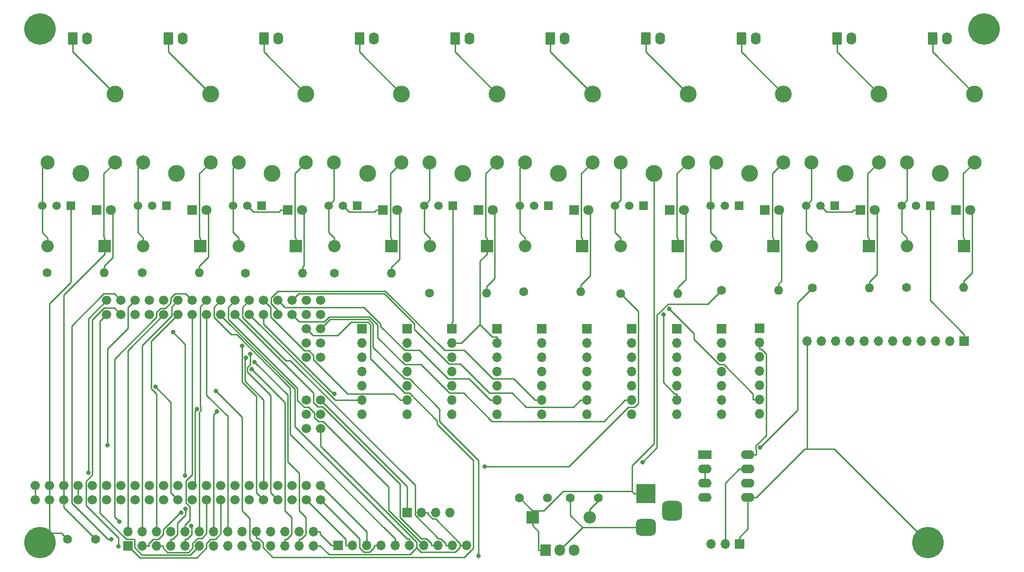
<source format=gbr>
%TF.GenerationSoftware,KiCad,Pcbnew,7.0.2*%
%TF.CreationDate,2023-05-15T21:15:08+01:00*%
%TF.ProjectId,quizbuzzer,7175697a-6275-47a7-9a65-722e6b696361,V0.1.2*%
%TF.SameCoordinates,Original*%
%TF.FileFunction,Copper,L2,Bot*%
%TF.FilePolarity,Positive*%
%FSLAX46Y46*%
G04 Gerber Fmt 4.6, Leading zero omitted, Abs format (unit mm)*
G04 Created by KiCad (PCBNEW 7.0.2) date 2023-05-15 21:15:08*
%MOMM*%
%LPD*%
G01*
G04 APERTURE LIST*
G04 Aperture macros list*
%AMRoundRect*
0 Rectangle with rounded corners*
0 $1 Rounding radius*
0 $2 $3 $4 $5 $6 $7 $8 $9 X,Y pos of 4 corners*
0 Add a 4 corners polygon primitive as box body*
4,1,4,$2,$3,$4,$5,$6,$7,$8,$9,$2,$3,0*
0 Add four circle primitives for the rounded corners*
1,1,$1+$1,$2,$3*
1,1,$1+$1,$4,$5*
1,1,$1+$1,$6,$7*
1,1,$1+$1,$8,$9*
0 Add four rect primitives between the rounded corners*
20,1,$1+$1,$2,$3,$4,$5,0*
20,1,$1+$1,$4,$5,$6,$7,0*
20,1,$1+$1,$6,$7,$8,$9,0*
20,1,$1+$1,$8,$9,$2,$3,0*%
G04 Aperture macros list end*
%TA.AperFunction,ComponentPad*%
%ADD10C,1.600000*%
%TD*%
%TA.AperFunction,ComponentPad*%
%ADD11R,2.200000X2.200000*%
%TD*%
%TA.AperFunction,ComponentPad*%
%ADD12O,2.200000X2.200000*%
%TD*%
%TA.AperFunction,ComponentPad*%
%ADD13R,1.800000X1.800000*%
%TD*%
%TA.AperFunction,ComponentPad*%
%ADD14C,1.800000*%
%TD*%
%TA.AperFunction,ComponentPad*%
%ADD15R,1.700000X1.700000*%
%TD*%
%TA.AperFunction,ComponentPad*%
%ADD16O,1.700000X1.700000*%
%TD*%
%TA.AperFunction,ComponentPad*%
%ADD17R,3.500000X3.500000*%
%TD*%
%TA.AperFunction,ComponentPad*%
%ADD18RoundRect,0.750000X1.000000X-0.750000X1.000000X0.750000X-1.000000X0.750000X-1.000000X-0.750000X0*%
%TD*%
%TA.AperFunction,ComponentPad*%
%ADD19RoundRect,0.875000X0.875000X-0.875000X0.875000X0.875000X-0.875000X0.875000X-0.875000X-0.875000X0*%
%TD*%
%TA.AperFunction,ComponentPad*%
%ADD20RoundRect,0.249999X-0.620001X-0.845001X0.620001X-0.845001X0.620001X0.845001X-0.620001X0.845001X0*%
%TD*%
%TA.AperFunction,ComponentPad*%
%ADD21O,1.740000X2.190000*%
%TD*%
%TA.AperFunction,ComponentPad*%
%ADD22C,3.000000*%
%TD*%
%TA.AperFunction,ComponentPad*%
%ADD23C,2.500000*%
%TD*%
%TA.AperFunction,ComponentPad*%
%ADD24R,1.500000X1.500000*%
%TD*%
%TA.AperFunction,ComponentPad*%
%ADD25C,1.500000*%
%TD*%
%TA.AperFunction,ComponentPad*%
%ADD26O,1.600000X1.600000*%
%TD*%
%TA.AperFunction,ComponentPad*%
%ADD27R,1.905000X2.000000*%
%TD*%
%TA.AperFunction,ComponentPad*%
%ADD28O,1.905000X2.000000*%
%TD*%
%TA.AperFunction,ComponentPad*%
%ADD29C,1.676400*%
%TD*%
%TA.AperFunction,ComponentPad*%
%ADD30C,5.600000*%
%TD*%
%TA.AperFunction,ComponentPad*%
%ADD31R,2.400000X1.600000*%
%TD*%
%TA.AperFunction,ComponentPad*%
%ADD32O,2.400000X1.600000*%
%TD*%
%TA.AperFunction,ViaPad*%
%ADD33C,0.800000*%
%TD*%
%TA.AperFunction,Conductor*%
%ADD34C,0.250000*%
%TD*%
G04 APERTURE END LIST*
D10*
%TO.P,C2,1*%
%TO.N,+12V*%
X121251000Y-99939000D03*
%TO.P,C2,2*%
%TO.N,GND*%
X126251000Y-99939000D03*
%TD*%
%TO.P,C3,1*%
%TO.N,+5V*%
X135351000Y-99939000D03*
%TO.P,C3,2*%
%TO.N,GND*%
X130351000Y-99939000D03*
%TD*%
D11*
%TO.P,D1,1,K*%
%TO.N,+12V*%
X123601000Y-103459000D03*
D12*
%TO.P,D1,2,A*%
%TO.N,+5V*%
X133761000Y-103459000D03*
%TD*%
D11*
%TO.P,D2,1,K*%
%TO.N,+5V*%
X47470000Y-55080000D03*
D12*
%TO.P,D2,2,A*%
%TO.N,Net-(D2-A)*%
X37310000Y-55080000D03*
%TD*%
D11*
%TO.P,D4,1,K*%
%TO.N,+5V*%
X81470000Y-55080000D03*
D12*
%TO.P,D4,2,A*%
%TO.N,Net-(D4-A)*%
X71310000Y-55080000D03*
%TD*%
D11*
%TO.P,D5,1,K*%
%TO.N,+5V*%
X98470000Y-55080000D03*
D12*
%TO.P,D5,2,A*%
%TO.N,Net-(D5-A)*%
X88310000Y-55080000D03*
%TD*%
D13*
%TO.P,D6,1,K*%
%TO.N,Net-(D6-K)*%
X45990000Y-48670000D03*
D14*
%TO.P,D6,2,A*%
%TO.N,Net-(D6-A)*%
X48530000Y-48670000D03*
%TD*%
D13*
%TO.P,D7,1,K*%
%TO.N,Net-(D7-K)*%
X62990000Y-48670000D03*
D14*
%TO.P,D7,2,A*%
%TO.N,Net-(D7-A)*%
X65530000Y-48670000D03*
%TD*%
D13*
%TO.P,D8,1,K*%
%TO.N,Net-(D8-K)*%
X79990000Y-48670000D03*
D14*
%TO.P,D8,2,A*%
%TO.N,Net-(D8-A)*%
X82530000Y-48670000D03*
%TD*%
D13*
%TO.P,D9,1,K*%
%TO.N,Net-(D9-K)*%
X96990000Y-48670000D03*
D14*
%TO.P,D9,2,A*%
%TO.N,Net-(D9-A)*%
X99530000Y-48670000D03*
%TD*%
D11*
%TO.P,D10,1,K*%
%TO.N,+5V*%
X115470000Y-55080000D03*
D12*
%TO.P,D10,2,A*%
%TO.N,Net-(D10-A)*%
X105310000Y-55080000D03*
%TD*%
D11*
%TO.P,D11,1,K*%
%TO.N,+5V*%
X132470000Y-55080000D03*
D12*
%TO.P,D11,2,A*%
%TO.N,Net-(D11-A)*%
X122310000Y-55080000D03*
%TD*%
D11*
%TO.P,D12,1,K*%
%TO.N,+5V*%
X149470000Y-55080000D03*
D12*
%TO.P,D12,2,A*%
%TO.N,Net-(D12-A)*%
X139310000Y-55080000D03*
%TD*%
D11*
%TO.P,D13,1,K*%
%TO.N,+5V*%
X166470000Y-55080000D03*
D12*
%TO.P,D13,2,A*%
%TO.N,Net-(D13-A)*%
X156310000Y-55080000D03*
%TD*%
D13*
%TO.P,D14,1,K*%
%TO.N,Net-(D14-K)*%
X113990000Y-48670000D03*
D14*
%TO.P,D14,2,A*%
%TO.N,Net-(D14-A)*%
X116530000Y-48670000D03*
%TD*%
D13*
%TO.P,D15,1,K*%
%TO.N,Net-(D15-K)*%
X130990000Y-48670000D03*
D14*
%TO.P,D15,2,A*%
%TO.N,Net-(D15-A)*%
X133530000Y-48670000D03*
%TD*%
D13*
%TO.P,D16,1,K*%
%TO.N,Net-(D16-K)*%
X147990000Y-48670000D03*
D14*
%TO.P,D16,2,A*%
%TO.N,Net-(D16-A)*%
X150530000Y-48670000D03*
%TD*%
D13*
%TO.P,D17,1,K*%
%TO.N,Net-(D17-K)*%
X164990000Y-48670000D03*
D14*
%TO.P,D17,2,A*%
%TO.N,Net-(D17-A)*%
X167530000Y-48670000D03*
%TD*%
D11*
%TO.P,D18,1,K*%
%TO.N,+5V*%
X183470000Y-55080000D03*
D12*
%TO.P,D18,2,A*%
%TO.N,Net-(D18-A)*%
X173310000Y-55080000D03*
%TD*%
D13*
%TO.P,D19,1,K*%
%TO.N,Net-(D19-K)*%
X181990000Y-48670000D03*
D14*
%TO.P,D19,2,A*%
%TO.N,Net-(D19-A)*%
X184530000Y-48670000D03*
%TD*%
D11*
%TO.P,D20,1,K*%
%TO.N,+5V*%
X200470000Y-55080000D03*
D12*
%TO.P,D20,2,A*%
%TO.N,Net-(D20-A)*%
X190310000Y-55080000D03*
%TD*%
D13*
%TO.P,D21,1,K*%
%TO.N,Net-(D21-K)*%
X198990000Y-48670000D03*
D14*
%TO.P,D21,2,A*%
%TO.N,Net-(D21-A)*%
X201530000Y-48670000D03*
%TD*%
D15*
%TO.P,J1,1,Pin_1*%
%TO.N,+5V*%
X88981000Y-108429000D03*
D16*
%TO.P,J1,2,Pin_2*%
%TO.N,Net-(J1-Pin_2)*%
X91521000Y-108429000D03*
%TO.P,J1,3,Pin_3*%
%TO.N,Net-(J1-Pin_3)*%
X94061000Y-108429000D03*
%TO.P,J1,4,Pin_4*%
%TO.N,Net-(J1-Pin_4)*%
X96601000Y-108429000D03*
%TO.P,J1,5,Pin_5*%
%TO.N,Net-(J1-Pin_5)*%
X99141000Y-108429000D03*
%TO.P,J1,6,Pin_6*%
%TO.N,Net-(J1-Pin_6)*%
X101681000Y-108429000D03*
%TO.P,J1,7,Pin_7*%
%TO.N,Net-(J1-Pin_7)*%
X104221000Y-108429000D03*
%TO.P,J1,8,Pin_8*%
%TO.N,Net-(J1-Pin_8)*%
X106761000Y-108429000D03*
%TO.P,J1,9,Pin_9*%
%TO.N,Net-(J1-Pin_9)*%
X109301000Y-108429000D03*
%TO.P,J1,10,Pin_10*%
%TO.N,GND*%
X111841000Y-108429000D03*
%TD*%
D15*
%TO.P,J3,1,Pin_1*%
%TO.N,+5V*%
X101321000Y-102549000D03*
D16*
%TO.P,J3,2,Pin_2*%
%TO.N,GND*%
X103861000Y-102549000D03*
%TO.P,J3,3,Pin_3*%
%TO.N,SDA*%
X106401000Y-102549000D03*
%TO.P,J3,4,Pin_4*%
%TO.N,SCL*%
X108941000Y-102549000D03*
%TD*%
D17*
%TO.P,J4,1*%
%TO.N,+12V*%
X143781000Y-99219000D03*
D18*
%TO.P,J4,2*%
%TO.N,GND*%
X143781000Y-105219000D03*
D19*
%TO.P,J4,3*%
X148481000Y-102219000D03*
%TD*%
D20*
%TO.P,J15,1,Pin_1*%
%TO.N,Net-(J15-Pin_1)*%
X41800000Y-18110000D03*
D21*
%TO.P,J15,2,Pin_2*%
%TO.N,GND*%
X44340000Y-18110000D03*
%TD*%
D20*
%TO.P,J16,1,Pin_1*%
%TO.N,Net-(J16-Pin_1)*%
X58800000Y-18110000D03*
D21*
%TO.P,J16,2,Pin_2*%
%TO.N,GND*%
X61340000Y-18110000D03*
%TD*%
D20*
%TO.P,J18,1,Pin_1*%
%TO.N,Net-(J18-Pin_1)*%
X92800000Y-18110000D03*
D21*
%TO.P,J18,2,Pin_2*%
%TO.N,GND*%
X95340000Y-18110000D03*
%TD*%
D20*
%TO.P,J19,1,Pin_1*%
%TO.N,Net-(J19-Pin_1)*%
X109800000Y-18110000D03*
D21*
%TO.P,J19,2,Pin_2*%
%TO.N,GND*%
X112340000Y-18110000D03*
%TD*%
D20*
%TO.P,J20,1,Pin_1*%
%TO.N,Net-(J20-Pin_1)*%
X126800000Y-18110000D03*
D21*
%TO.P,J20,2,Pin_2*%
%TO.N,GND*%
X129340000Y-18110000D03*
%TD*%
D20*
%TO.P,J21,1,Pin_1*%
%TO.N,Net-(J21-Pin_1)*%
X143800000Y-18110000D03*
D21*
%TO.P,J21,2,Pin_2*%
%TO.N,GND*%
X146340000Y-18110000D03*
%TD*%
D20*
%TO.P,J22,1,Pin_1*%
%TO.N,Net-(J22-Pin_1)*%
X160800000Y-18110000D03*
D21*
%TO.P,J22,2,Pin_2*%
%TO.N,GND*%
X163340000Y-18110000D03*
%TD*%
D20*
%TO.P,J23,1,Pin_1*%
%TO.N,Net-(J23-Pin_1)*%
X177800000Y-18110000D03*
D21*
%TO.P,J23,2,Pin_2*%
%TO.N,GND*%
X180340000Y-18110000D03*
%TD*%
D20*
%TO.P,J24,1,Pin_1*%
%TO.N,Net-(J24-Pin_1)*%
X194800000Y-18110000D03*
D21*
%TO.P,J24,2,Pin_2*%
%TO.N,GND*%
X197340000Y-18110000D03*
%TD*%
D22*
%TO.P,K1,1*%
%TO.N,+12V*%
X43230000Y-42110000D03*
D23*
%TO.P,K1,2*%
%TO.N,+5V*%
X49280000Y-40160000D03*
D22*
%TO.P,K1,3*%
%TO.N,Net-(J15-Pin_1)*%
X49280000Y-27960000D03*
D23*
%TO.P,K1,5*%
%TO.N,Net-(D2-A)*%
X37280000Y-40160000D03*
%TD*%
D22*
%TO.P,K2,1*%
%TO.N,+12V*%
X60230000Y-42110000D03*
D23*
%TO.P,K2,2*%
%TO.N,+5V*%
X66280000Y-40160000D03*
D22*
%TO.P,K2,3*%
%TO.N,Net-(J16-Pin_1)*%
X66280000Y-27960000D03*
D23*
%TO.P,K2,5*%
%TO.N,Net-(D3-A)*%
X54280000Y-40160000D03*
%TD*%
D22*
%TO.P,K3,1*%
%TO.N,+12V*%
X77230000Y-42110000D03*
D23*
%TO.P,K3,2*%
%TO.N,+5V*%
X83280000Y-40160000D03*
D22*
%TO.P,K3,3*%
%TO.N,Net-(J17-Pin_1)*%
X83280000Y-27960000D03*
D23*
%TO.P,K3,5*%
%TO.N,Net-(D4-A)*%
X71280000Y-40160000D03*
%TD*%
D22*
%TO.P,K4,1*%
%TO.N,+12V*%
X94230000Y-42110000D03*
D23*
%TO.P,K4,2*%
%TO.N,+5V*%
X100280000Y-40160000D03*
D22*
%TO.P,K4,3*%
%TO.N,Net-(J18-Pin_1)*%
X100280000Y-27960000D03*
D23*
%TO.P,K4,5*%
%TO.N,Net-(D5-A)*%
X88280000Y-40160000D03*
%TD*%
D22*
%TO.P,K5,1*%
%TO.N,+12V*%
X111230000Y-42110000D03*
D23*
%TO.P,K5,2*%
%TO.N,+5V*%
X117280000Y-40160000D03*
D22*
%TO.P,K5,3*%
%TO.N,Net-(J19-Pin_1)*%
X117280000Y-27960000D03*
D23*
%TO.P,K5,5*%
%TO.N,Net-(D10-A)*%
X105280000Y-40160000D03*
%TD*%
D22*
%TO.P,K6,1*%
%TO.N,+12V*%
X128230000Y-42110000D03*
D23*
%TO.P,K6,2*%
%TO.N,+5V*%
X134280000Y-40160000D03*
D22*
%TO.P,K6,3*%
%TO.N,Net-(J20-Pin_1)*%
X134280000Y-27960000D03*
D23*
%TO.P,K6,5*%
%TO.N,Net-(D11-A)*%
X122280000Y-40160000D03*
%TD*%
D22*
%TO.P,K7,1*%
%TO.N,+12V*%
X145230000Y-42110000D03*
D23*
%TO.P,K7,2*%
%TO.N,+5V*%
X151280000Y-40160000D03*
D22*
%TO.P,K7,3*%
%TO.N,Net-(J21-Pin_1)*%
X151280000Y-27960000D03*
D23*
%TO.P,K7,5*%
%TO.N,Net-(D12-A)*%
X139280000Y-40160000D03*
%TD*%
D22*
%TO.P,K8,1*%
%TO.N,+12V*%
X162230000Y-42110000D03*
D23*
%TO.P,K8,2*%
%TO.N,+5V*%
X168280000Y-40160000D03*
D22*
%TO.P,K8,3*%
%TO.N,Net-(J22-Pin_1)*%
X168280000Y-27960000D03*
D23*
%TO.P,K8,5*%
%TO.N,Net-(D13-A)*%
X156280000Y-40160000D03*
%TD*%
D22*
%TO.P,K9,1*%
%TO.N,+12V*%
X179230000Y-42110000D03*
D23*
%TO.P,K9,2*%
%TO.N,+5V*%
X185280000Y-40160000D03*
D22*
%TO.P,K9,3*%
%TO.N,Net-(J23-Pin_1)*%
X185280000Y-27960000D03*
D23*
%TO.P,K9,5*%
%TO.N,Net-(D18-A)*%
X173280000Y-40160000D03*
%TD*%
D22*
%TO.P,K10,1*%
%TO.N,+12V*%
X196230000Y-42110000D03*
D23*
%TO.P,K10,2*%
%TO.N,+5V*%
X202280000Y-40160000D03*
D22*
%TO.P,K10,3*%
%TO.N,Net-(J24-Pin_1)*%
X202280000Y-27960000D03*
D23*
%TO.P,K10,5*%
%TO.N,Net-(D20-A)*%
X190280000Y-40160000D03*
%TD*%
D24*
%TO.P,Q1,1,E*%
%TO.N,GND*%
X41400000Y-47870000D03*
D25*
%TO.P,Q1,2,B*%
%TO.N,Net-(D6-K)*%
X38860000Y-47870000D03*
%TO.P,Q1,3,C*%
%TO.N,Net-(D2-A)*%
X36320000Y-47870000D03*
%TD*%
D24*
%TO.P,Q2,1,E*%
%TO.N,GND*%
X58400000Y-47870000D03*
D25*
%TO.P,Q2,2,B*%
%TO.N,Net-(D7-K)*%
X55860000Y-47870000D03*
%TO.P,Q2,3,C*%
%TO.N,Net-(D3-A)*%
X53320000Y-47870000D03*
%TD*%
D24*
%TO.P,Q3,1,E*%
%TO.N,GND*%
X75400000Y-47870000D03*
D25*
%TO.P,Q3,2,B*%
%TO.N,Net-(D8-K)*%
X72860000Y-47870000D03*
%TO.P,Q3,3,C*%
%TO.N,Net-(D4-A)*%
X70320000Y-47870000D03*
%TD*%
D24*
%TO.P,Q4,1,E*%
%TO.N,GND*%
X92400000Y-47870000D03*
D25*
%TO.P,Q4,2,B*%
%TO.N,Net-(D9-K)*%
X89860000Y-47870000D03*
%TO.P,Q4,3,C*%
%TO.N,Net-(D5-A)*%
X87320000Y-47870000D03*
%TD*%
D24*
%TO.P,Q5,1,E*%
%TO.N,GND*%
X109400000Y-47870000D03*
D25*
%TO.P,Q5,2,B*%
%TO.N,Net-(D14-K)*%
X106860000Y-47870000D03*
%TO.P,Q5,3,C*%
%TO.N,Net-(D10-A)*%
X104320000Y-47870000D03*
%TD*%
D24*
%TO.P,Q6,1,E*%
%TO.N,GND*%
X126400000Y-47870000D03*
D25*
%TO.P,Q6,2,B*%
%TO.N,Net-(D15-K)*%
X123860000Y-47870000D03*
%TO.P,Q6,3,C*%
%TO.N,Net-(D11-A)*%
X121320000Y-47870000D03*
%TD*%
D24*
%TO.P,Q7,1,E*%
%TO.N,GND*%
X143400000Y-47870000D03*
D25*
%TO.P,Q7,2,B*%
%TO.N,Net-(D16-K)*%
X140860000Y-47870000D03*
%TO.P,Q7,3,C*%
%TO.N,Net-(D12-A)*%
X138320000Y-47870000D03*
%TD*%
D24*
%TO.P,Q8,1,E*%
%TO.N,GND*%
X160400000Y-47870000D03*
D25*
%TO.P,Q8,2,B*%
%TO.N,Net-(D17-K)*%
X157860000Y-47870000D03*
%TO.P,Q8,3,C*%
%TO.N,Net-(D13-A)*%
X155320000Y-47870000D03*
%TD*%
D24*
%TO.P,Q9,1,E*%
%TO.N,GND*%
X177400000Y-47870000D03*
D25*
%TO.P,Q9,2,B*%
%TO.N,Net-(D19-K)*%
X174860000Y-47870000D03*
%TO.P,Q9,3,C*%
%TO.N,Net-(D18-A)*%
X172320000Y-47870000D03*
%TD*%
D24*
%TO.P,Q10,1,E*%
%TO.N,GND*%
X194400000Y-47870000D03*
D25*
%TO.P,Q10,2,B*%
%TO.N,Net-(D21-K)*%
X191860000Y-47870000D03*
%TO.P,Q10,3,C*%
%TO.N,Net-(D20-A)*%
X189320000Y-47870000D03*
%TD*%
D10*
%TO.P,R9,1*%
%TO.N,Lamp1*%
X37170000Y-59790000D03*
D26*
%TO.P,R9,2*%
%TO.N,Net-(D6-A)*%
X47330000Y-59790000D03*
%TD*%
D10*
%TO.P,R10,1*%
%TO.N,Lamp3*%
X54090000Y-59800000D03*
D26*
%TO.P,R10,2*%
%TO.N,Net-(D7-A)*%
X64250000Y-59800000D03*
%TD*%
D10*
%TO.P,R11,1*%
%TO.N,Lamp5*%
X72490000Y-59930000D03*
D26*
%TO.P,R11,2*%
%TO.N,Net-(D8-A)*%
X82650000Y-59930000D03*
%TD*%
D10*
%TO.P,R12,1*%
%TO.N,Lamp7*%
X88360000Y-59930000D03*
D26*
%TO.P,R12,2*%
%TO.N,Net-(D9-A)*%
X98520000Y-59930000D03*
%TD*%
D10*
%TO.P,R13,1*%
%TO.N,Lamp2*%
X105260000Y-63440000D03*
D26*
%TO.P,R13,2*%
%TO.N,Net-(D14-A)*%
X115420000Y-63440000D03*
%TD*%
D10*
%TO.P,R14,1*%
%TO.N,Lamp4*%
X122040000Y-63180000D03*
D26*
%TO.P,R14,2*%
%TO.N,Net-(D15-A)*%
X132200000Y-63180000D03*
%TD*%
D10*
%TO.P,R15,1*%
%TO.N,Lamp6*%
X139340000Y-63570000D03*
D26*
%TO.P,R15,2*%
%TO.N,Net-(D16-A)*%
X149500000Y-63570000D03*
%TD*%
D10*
%TO.P,R16,1*%
%TO.N,Lamp8*%
X157270000Y-62920000D03*
D26*
%TO.P,R16,2*%
%TO.N,Net-(D17-A)*%
X167430000Y-62920000D03*
%TD*%
D10*
%TO.P,R17,1*%
%TO.N,Lamp9*%
X173410000Y-62530000D03*
D26*
%TO.P,R17,2*%
%TO.N,Net-(D19-A)*%
X183570000Y-62530000D03*
%TD*%
D10*
%TO.P,R18,1*%
%TO.N,Lamp10*%
X190220000Y-62490000D03*
D26*
%TO.P,R18,2*%
%TO.N,Net-(D21-A)*%
X200380000Y-62490000D03*
%TD*%
D27*
%TO.P,U1,1,IN*%
%TO.N,+12V*%
X125941000Y-109249000D03*
D28*
%TO.P,U1,2,GND*%
%TO.N,GND*%
X128481000Y-109249000D03*
%TO.P,U1,3,OUT*%
%TO.N,+5V*%
X131021000Y-109249000D03*
%TD*%
D29*
%TO.P,XA1,3V3,3.3V*%
%TO.N,unconnected-(XA1-3.3V-Pad3V3)*%
X42724000Y-97785000D03*
X42724000Y-100325000D03*
%TO.P,XA1,5V1,5V*%
%TO.N,+5V*%
X40184000Y-97785000D03*
%TO.P,XA1,5V2,SPI_5V*%
X40184000Y-100325000D03*
%TO.P,XA1,5V3,5V*%
X85904000Y-82545000D03*
%TO.P,XA1,A0,A0*%
%TO.N,AUX-HEAD-5*%
X47804000Y-64765000D03*
%TO.P,XA1,A1,A1*%
%TO.N,AUX-HEAD-6*%
X47804000Y-67305000D03*
%TO.P,XA1,A2,A2*%
%TO.N,AUX-HEAD-7*%
X50344000Y-64765000D03*
%TO.P,XA1,A3,A3*%
%TO.N,AUX-HEAD-8*%
X50344000Y-67305000D03*
%TO.P,XA1,A4,A4*%
%TO.N,AUX-HEAD-9*%
X52884000Y-64765000D03*
%TO.P,XA1,A5,A5*%
%TO.N,AUX-HEAD-10*%
X52884000Y-67305000D03*
%TO.P,XA1,A6,A6*%
%TO.N,AUX-HEAD-11*%
X55424000Y-64765000D03*
%TO.P,XA1,A7,A7*%
%TO.N,AUX-HEAD-12*%
X55424000Y-67305000D03*
%TO.P,XA1,A8,A8*%
%TO.N,AUX-HEAD-13*%
X57964000Y-64765000D03*
%TO.P,XA1,A9,A9*%
%TO.N,AUX-HEAD-14*%
X57964000Y-67305000D03*
%TO.P,XA1,A10,A10*%
%TO.N,AUX-HEAD-15*%
X60504000Y-64765000D03*
%TO.P,XA1,A11,A11*%
%TO.N,AUX-HEAD-16*%
X60504000Y-67305000D03*
%TO.P,XA1,A12,A12*%
%TO.N,AUX-HEAD-17*%
X63044000Y-64765000D03*
%TO.P,XA1,A13,A13*%
%TO.N,AUX-HEAD-18*%
X63044000Y-67305000D03*
%TO.P,XA1,A14,A14*%
%TO.N,AUX-HEAD-19*%
X65584000Y-64765000D03*
%TO.P,XA1,A15,A15*%
%TO.N,AUX-HEAD-20*%
X65584000Y-67305000D03*
%TO.P,XA1,AREF,AREF*%
%TO.N,unconnected-(XA1-PadAREF)*%
X45264000Y-97785000D03*
%TO.P,XA1,D0,D0_RX0*%
%TO.N,unconnected-(XA1-D0_RX0-PadD0)*%
X47804000Y-97785000D03*
%TO.P,XA1,D1,D1_TX0*%
%TO.N,unconnected-(XA1-D1_TX0-PadD1)*%
X47804000Y-100325000D03*
%TO.P,XA1,D2,D2_INT0*%
%TO.N,MP3_EN*%
X50344000Y-97785000D03*
%TO.P,XA1,D3,D3_INT1*%
%TO.N,AUX-HEAD-24*%
X50344000Y-100325000D03*
%TO.P,XA1,D4,D4*%
%TO.N,PORTB_1*%
X52884000Y-97785000D03*
%TO.P,XA1,D5,D5*%
%TO.N,PORTB_2*%
X52884000Y-100325000D03*
%TO.P,XA1,D6,D6*%
%TO.N,PORTB_3*%
X55424000Y-97785000D03*
%TO.P,XA1,D7,D7*%
%TO.N,PORTB_4*%
X55424000Y-100325000D03*
%TO.P,XA1,D8,D8*%
%TO.N,AUX-HEAD-25*%
X57964000Y-97785000D03*
%TO.P,XA1,D9,D9*%
%TO.N,AUX-HEAD-26*%
X57964000Y-100325000D03*
%TO.P,XA1,D10,D10*%
%TO.N,AUX-HEAD-27*%
X60504000Y-97785000D03*
%TO.P,XA1,D11,D11*%
%TO.N,Lamp1*%
X60504000Y-100325000D03*
%TO.P,XA1,D12,D12*%
%TO.N,Lamp2*%
X63044000Y-97785000D03*
%TO.P,XA1,D13,D13*%
%TO.N,Lamp3*%
X63044000Y-100325000D03*
%TO.P,XA1,D14,D14_TX3*%
%TO.N,AUX-HEAD-4*%
X65584000Y-97785000D03*
%TO.P,XA1,D15,D15_RX3*%
%TO.N,AUX-HEAD-3*%
X65584000Y-100325000D03*
%TO.P,XA1,D16,D16_TX2*%
%TO.N,AUX-HEAD-2*%
X68124000Y-97785000D03*
%TO.P,XA1,D17,D17_RX2*%
%TO.N,AUX-HEAD-1*%
X68124000Y-100325000D03*
%TO.P,XA1,D18,D18_TX1*%
%TO.N,DMX-TX*%
X70664000Y-97785000D03*
%TO.P,XA1,D19,D19_RX1*%
%TO.N,DMX-RX*%
X70664000Y-100325000D03*
%TO.P,XA1,D20,D20_SDA*%
%TO.N,SDA*%
X73204000Y-97785000D03*
%TO.P,XA1,D21,D21_SCL*%
%TO.N,SCL*%
X73204000Y-100325000D03*
%TO.P,XA1,D22,D22*%
%TO.N,Lamp4*%
X75744000Y-97785000D03*
%TO.P,XA1,D23,D23*%
%TO.N,Lamp5*%
X75744000Y-100325000D03*
%TO.P,XA1,D24,D24*%
%TO.N,Lamp6*%
X78284000Y-97785000D03*
%TO.P,XA1,D25,D25*%
%TO.N,Lamp7*%
X78284000Y-100325000D03*
%TO.P,XA1,D26,D26*%
%TO.N,Lamp8*%
X80824000Y-97785000D03*
%TO.P,XA1,D27,D27*%
%TO.N,Lamp9*%
X80824000Y-100325000D03*
%TO.P,XA1,D28,D28*%
%TO.N,Lamp10*%
X83364000Y-97785000D03*
%TO.P,XA1,D29,D29*%
%TO.N,Net-(J1-Pin_2)*%
X83364000Y-100325000D03*
%TO.P,XA1,D30,D30*%
%TO.N,Net-(J1-Pin_3)*%
X85904000Y-97785000D03*
%TO.P,XA1,D31,D31*%
%TO.N,Net-(J1-Pin_4)*%
X85904000Y-100325000D03*
%TO.P,XA1,D32,D32*%
%TO.N,Net-(J1-Pin_5)*%
X68124000Y-64765000D03*
%TO.P,XA1,D33,D33*%
%TO.N,Net-(J1-Pin_6)*%
X68124000Y-67305000D03*
%TO.P,XA1,D34,D34*%
%TO.N,Net-(J1-Pin_7)*%
X70664000Y-64765000D03*
%TO.P,XA1,D35,D35*%
%TO.N,Net-(J1-Pin_8)*%
X70664000Y-67305000D03*
%TO.P,XA1,D36,D36*%
%TO.N,Net-(J1-Pin_9)*%
X73204000Y-64765000D03*
%TO.P,XA1,D37,D37*%
%TO.N,Rec1*%
X73204000Y-67305000D03*
%TO.P,XA1,D38,D38*%
%TO.N,Rec2*%
X75744000Y-64765000D03*
%TO.P,XA1,D39,D39*%
%TO.N,Rec3*%
X75744000Y-67305000D03*
%TO.P,XA1,D40,D40*%
%TO.N,Rec4*%
X78284000Y-64765000D03*
%TO.P,XA1,D41,D41*%
%TO.N,Rec5*%
X78284000Y-67305000D03*
%TO.P,XA1,D42,D42*%
%TO.N,Rec6*%
X80824000Y-64765000D03*
%TO.P,XA1,D43,D43*%
%TO.N,Rec7*%
X80824000Y-67305000D03*
%TO.P,XA1,D44,D44*%
%TO.N,Rec8*%
X83364000Y-64765000D03*
%TO.P,XA1,D45,D45*%
%TO.N,Rec9*%
X83364000Y-67305000D03*
%TO.P,XA1,D46,D46*%
%TO.N,Rec10*%
X85904000Y-64765000D03*
%TO.P,XA1,D47,D47*%
%TO.N,AUX-HEAD-21*%
X85904000Y-67305000D03*
%TO.P,XA1,D48,D48*%
%TO.N,AUX-HEAD-22*%
X85904000Y-69845000D03*
%TO.P,XA1,D49,D49*%
%TO.N,AUX-HEAD-23*%
X83364000Y-69845000D03*
%TO.P,XA1,D50,D50*%
%TO.N,PORTB_5*%
X85904000Y-72385000D03*
%TO.P,XA1,D51,D51*%
%TO.N,PORTB_6*%
X83364000Y-72385000D03*
%TO.P,XA1,D52,D52*%
%TO.N,PORTB_7*%
X85904000Y-74925000D03*
%TO.P,XA1,D53,D53_SS*%
%TO.N,PORTB_8*%
X83364000Y-74925000D03*
%TO.P,XA1,GND1,GND*%
%TO.N,GND*%
X37644000Y-97785000D03*
%TO.P,XA1,GND2,GND*%
X37644000Y-100325000D03*
%TO.P,XA1,GND3,GND*%
X85904000Y-87625000D03*
%TO.P,XA1,MISO,SPI_MISO*%
%TO.N,unconnected-(XA1-SPI_MISO-PadMISO)*%
X83364000Y-82545000D03*
%TO.P,XA1,MOSI,SPI_MOSI*%
%TO.N,unconnected-(XA1-SPI_MOSI-PadMOSI)*%
X85904000Y-85085000D03*
%TO.P,XA1,RST,RESET*%
%TO.N,unconnected-(XA1-RESET-PadRST)*%
X45264000Y-100325000D03*
%TO.P,XA1,RST1,RESET*%
%TO.N,unconnected-(XA1-RESET-PadRST1)*%
X83364000Y-87625000D03*
%TO.P,XA1,SCK,SPI_SCK*%
%TO.N,unconnected-(XA1-SPI_SCK-PadSCK)*%
X83364000Y-85085000D03*
%TO.P,XA1,VIN,VIN*%
%TO.N,unconnected-(XA1-PadVIN)*%
X35104000Y-97785000D03*
X35104000Y-100325000D03*
%TD*%
D10*
%TO.P,C1,1*%
%TO.N,GND*%
X40864000Y-107358000D03*
%TO.P,C1,2*%
%TO.N,+5V*%
X45864000Y-107358000D03*
%TD*%
D15*
%TO.P,J2,1,Pin_1*%
%TO.N,GND*%
X200449000Y-71991000D03*
D16*
%TO.P,J2,2,Pin_2*%
%TO.N,+5V*%
X197909000Y-71991000D03*
%TO.P,J2,3,Pin_3*%
%TO.N,PORTB_1*%
X195369000Y-71991000D03*
%TO.P,J2,4,Pin_4*%
%TO.N,PORTB_2*%
X192829000Y-71991000D03*
%TO.P,J2,5,Pin_5*%
%TO.N,PORTB_3*%
X190289000Y-71991000D03*
%TO.P,J2,6,Pin_6*%
%TO.N,PORTB_4*%
X187749000Y-71991000D03*
%TO.P,J2,7,Pin_7*%
%TO.N,PORTB_5*%
X185209000Y-71991000D03*
%TO.P,J2,8,Pin_8*%
%TO.N,PORTB_6*%
X182669000Y-71991000D03*
%TO.P,J2,9,Pin_9*%
%TO.N,PORTB_7*%
X180129000Y-71991000D03*
%TO.P,J2,10,Pin_10*%
%TO.N,PORTB_8*%
X177589000Y-71991000D03*
%TO.P,J2,11,Pin_11*%
%TO.N,MP3_EN*%
X175049000Y-71991000D03*
%TO.P,J2,12,Pin_12*%
%TO.N,GND*%
X172509000Y-71991000D03*
%TD*%
D30*
%TO.P,H1,1,1*%
%TO.N,GND*%
X35950000Y-107940000D03*
%TD*%
%TO.P,H2,1,1*%
%TO.N,GND*%
X193970000Y-107940000D03*
%TD*%
%TO.P,H3,1,1*%
%TO.N,GND*%
X35950000Y-16410000D03*
%TD*%
%TO.P,H4,1,1*%
%TO.N,GND*%
X203970000Y-16410000D03*
%TD*%
D11*
%TO.P,D3,1,K*%
%TO.N,+5V*%
X64470000Y-55080000D03*
D12*
%TO.P,D3,2,A*%
%TO.N,Net-(D3-A)*%
X54310000Y-55080000D03*
%TD*%
D20*
%TO.P,J17,1,Pin_1*%
%TO.N,Net-(J17-Pin_1)*%
X75800000Y-18110000D03*
D21*
%TO.P,J17,2,Pin_2*%
%TO.N,GND*%
X78340000Y-18110000D03*
%TD*%
D15*
%TO.P,J9,1,Pin_1*%
%TO.N,GND*%
X157269000Y-69861000D03*
D16*
%TO.P,J9,2,Pin_2*%
%TO.N,+5V*%
X157269000Y-72401000D03*
%TO.P,J9,3,Pin_3*%
%TO.N,unconnected-(J9-Pin_3-Pad3)*%
X157269000Y-74941000D03*
%TO.P,J9,4,Pin_4*%
%TO.N,unconnected-(J9-Pin_4-Pad4)*%
X157269000Y-77481000D03*
%TO.P,J9,5,Pin_5*%
%TO.N,unconnected-(J9-Pin_5-Pad5)*%
X157269000Y-80021000D03*
%TO.P,J9,6,Pin_6*%
%TO.N,Rec9*%
X157269000Y-82561000D03*
%TO.P,J9,7,Pin_7*%
%TO.N,unconnected-(J9-Pin_7-Pad7)*%
X157269000Y-85101000D03*
%TD*%
D15*
%TO.P,J6,1,Pin_1*%
%TO.N,GND*%
X101269000Y-69861000D03*
D16*
%TO.P,J6,2,Pin_2*%
%TO.N,+5V*%
X101269000Y-72401000D03*
%TO.P,J6,3,Pin_3*%
%TO.N,unconnected-(J6-Pin_3-Pad3)*%
X101269000Y-74941000D03*
%TO.P,J6,4,Pin_4*%
%TO.N,unconnected-(J6-Pin_4-Pad4)*%
X101269000Y-77481000D03*
%TO.P,J6,5,Pin_5*%
%TO.N,unconnected-(J6-Pin_5-Pad5)*%
X101269000Y-80021000D03*
%TO.P,J6,6,Pin_6*%
%TO.N,Rec2*%
X101269000Y-82561000D03*
%TO.P,J6,7,Pin_7*%
%TO.N,unconnected-(J6-Pin_7-Pad7)*%
X101269000Y-85101000D03*
%TD*%
D15*
%TO.P,J11,1,Pin_1*%
%TO.N,GND*%
X133269000Y-69861000D03*
D16*
%TO.P,J11,2,Pin_2*%
%TO.N,+5V*%
X133269000Y-72401000D03*
%TO.P,J11,3,Pin_3*%
%TO.N,unconnected-(J11-Pin_3-Pad3)*%
X133269000Y-74941000D03*
%TO.P,J11,4,Pin_4*%
%TO.N,unconnected-(J11-Pin_4-Pad4)*%
X133269000Y-77481000D03*
%TO.P,J11,5,Pin_5*%
%TO.N,unconnected-(J11-Pin_5-Pad5)*%
X133269000Y-80021000D03*
%TO.P,J11,6,Pin_6*%
%TO.N,Rec6*%
X133269000Y-82561000D03*
%TO.P,J11,7,Pin_7*%
%TO.N,unconnected-(J11-Pin_7-Pad7)*%
X133269000Y-85101000D03*
%TD*%
D15*
%TO.P,J12,1,Pin_1*%
%TO.N,GND*%
X141269000Y-69861000D03*
D16*
%TO.P,J12,2,Pin_2*%
%TO.N,+5V*%
X141269000Y-72401000D03*
%TO.P,J12,3,Pin_3*%
%TO.N,unconnected-(J12-Pin_3-Pad3)*%
X141269000Y-74941000D03*
%TO.P,J12,4,Pin_4*%
%TO.N,unconnected-(J12-Pin_4-Pad4)*%
X141269000Y-77481000D03*
%TO.P,J12,5,Pin_5*%
%TO.N,unconnected-(J12-Pin_5-Pad5)*%
X141269000Y-80021000D03*
%TO.P,J12,6,Pin_6*%
%TO.N,Rec7*%
X141269000Y-82561000D03*
%TO.P,J12,7,Pin_7*%
%TO.N,unconnected-(J12-Pin_7-Pad7)*%
X141269000Y-85101000D03*
%TD*%
D15*
%TO.P,J10,1,Pin_1*%
%TO.N,GND*%
X125269000Y-69861000D03*
D16*
%TO.P,J10,2,Pin_2*%
%TO.N,+5V*%
X125269000Y-72401000D03*
%TO.P,J10,3,Pin_3*%
%TO.N,unconnected-(J10-Pin_3-Pad3)*%
X125269000Y-74941000D03*
%TO.P,J10,4,Pin_4*%
%TO.N,unconnected-(J10-Pin_4-Pad4)*%
X125269000Y-77481000D03*
%TO.P,J10,5,Pin_5*%
%TO.N,unconnected-(J10-Pin_5-Pad5)*%
X125269000Y-80021000D03*
%TO.P,J10,6,Pin_6*%
%TO.N,Rec5*%
X125269000Y-82561000D03*
%TO.P,J10,7,Pin_7*%
%TO.N,unconnected-(J10-Pin_7-Pad7)*%
X125269000Y-85101000D03*
%TD*%
D15*
%TO.P,J5,1,Pin_1*%
%TO.N,GND*%
X93269000Y-69861000D03*
D16*
%TO.P,J5,2,Pin_2*%
%TO.N,+5V*%
X93269000Y-72401000D03*
%TO.P,J5,3,Pin_3*%
%TO.N,unconnected-(J5-Pin_3-Pad3)*%
X93269000Y-74941000D03*
%TO.P,J5,4,Pin_4*%
%TO.N,unconnected-(J5-Pin_4-Pad4)*%
X93269000Y-77481000D03*
%TO.P,J5,5,Pin_5*%
%TO.N,unconnected-(J5-Pin_5-Pad5)*%
X93269000Y-80021000D03*
%TO.P,J5,6,Pin_6*%
%TO.N,Rec1*%
X93269000Y-82561000D03*
%TO.P,J5,7,Pin_7*%
%TO.N,unconnected-(J5-Pin_7-Pad7)*%
X93269000Y-85101000D03*
%TD*%
D15*
%TO.P,J13,1,Pin_1*%
%TO.N,GND*%
X149269000Y-69861000D03*
D16*
%TO.P,J13,2,Pin_2*%
%TO.N,+5V*%
X149269000Y-72401000D03*
%TO.P,J13,3,Pin_3*%
%TO.N,unconnected-(J13-Pin_3-Pad3)*%
X149269000Y-74941000D03*
%TO.P,J13,4,Pin_4*%
%TO.N,unconnected-(J13-Pin_4-Pad4)*%
X149269000Y-77481000D03*
%TO.P,J13,5,Pin_5*%
%TO.N,unconnected-(J13-Pin_5-Pad5)*%
X149269000Y-80021000D03*
%TO.P,J13,6,Pin_6*%
%TO.N,Rec8*%
X149269000Y-82561000D03*
%TO.P,J13,7,Pin_7*%
%TO.N,unconnected-(J13-Pin_7-Pad7)*%
X149269000Y-85101000D03*
%TD*%
D15*
%TO.P,J8,1,Pin_1*%
%TO.N,GND*%
X117269000Y-69861000D03*
D16*
%TO.P,J8,2,Pin_2*%
%TO.N,+5V*%
X117269000Y-72401000D03*
%TO.P,J8,3,Pin_3*%
%TO.N,unconnected-(J8-Pin_3-Pad3)*%
X117269000Y-74941000D03*
%TO.P,J8,4,Pin_4*%
%TO.N,unconnected-(J8-Pin_4-Pad4)*%
X117269000Y-77481000D03*
%TO.P,J8,5,Pin_5*%
%TO.N,unconnected-(J8-Pin_5-Pad5)*%
X117269000Y-80021000D03*
%TO.P,J8,6,Pin_6*%
%TO.N,Rec4*%
X117269000Y-82561000D03*
%TO.P,J8,7,Pin_7*%
%TO.N,unconnected-(J8-Pin_7-Pad7)*%
X117269000Y-85101000D03*
%TD*%
D15*
%TO.P,J7,1,Pin_1*%
%TO.N,GND*%
X109269000Y-69861000D03*
D16*
%TO.P,J7,2,Pin_2*%
%TO.N,+5V*%
X109269000Y-72401000D03*
%TO.P,J7,3,Pin_3*%
%TO.N,unconnected-(J7-Pin_3-Pad3)*%
X109269000Y-74941000D03*
%TO.P,J7,4,Pin_4*%
%TO.N,unconnected-(J7-Pin_4-Pad4)*%
X109269000Y-77481000D03*
%TO.P,J7,5,Pin_5*%
%TO.N,unconnected-(J7-Pin_5-Pad5)*%
X109269000Y-80021000D03*
%TO.P,J7,6,Pin_6*%
%TO.N,Rec3*%
X109269000Y-82561000D03*
%TO.P,J7,7,Pin_7*%
%TO.N,unconnected-(J7-Pin_7-Pad7)*%
X109269000Y-85101000D03*
%TD*%
D15*
%TO.P,J14,1,Pin_1*%
%TO.N,GND*%
X164023000Y-69746000D03*
D16*
%TO.P,J14,2,Pin_2*%
%TO.N,+5V*%
X164023000Y-72286000D03*
%TO.P,J14,3,Pin_3*%
%TO.N,unconnected-(J14-Pin_3-Pad3)*%
X164023000Y-74826000D03*
%TO.P,J14,4,Pin_4*%
%TO.N,unconnected-(J14-Pin_4-Pad4)*%
X164023000Y-77366000D03*
%TO.P,J14,5,Pin_5*%
%TO.N,unconnected-(J14-Pin_5-Pad5)*%
X164023000Y-79906000D03*
%TO.P,J14,6,Pin_6*%
%TO.N,Rec10*%
X164023000Y-82446000D03*
%TO.P,J14,7,Pin_7*%
%TO.N,unconnected-(J14-Pin_7-Pad7)*%
X164023000Y-84986000D03*
%TD*%
D15*
%TO.P,J25,1,Pin_1*%
%TO.N,AUX-HEAD-1*%
X51590000Y-108480000D03*
D16*
%TO.P,J25,2,Pin_2*%
%TO.N,AUX-HEAD-14*%
X51590000Y-105940000D03*
%TO.P,J25,3,Pin_3*%
%TO.N,AUX-HEAD-2*%
X54130000Y-108480000D03*
%TO.P,J25,4,Pin_4*%
%TO.N,AUX-HEAD-15*%
X54130000Y-105940000D03*
%TO.P,J25,5,Pin_5*%
%TO.N,AUX-HEAD-3*%
X56670000Y-108480000D03*
%TO.P,J25,6,Pin_6*%
%TO.N,AUX-HEAD-16*%
X56670000Y-105940000D03*
%TO.P,J25,7,Pin_7*%
%TO.N,AUX-HEAD-4*%
X59210000Y-108480000D03*
%TO.P,J25,8,Pin_8*%
%TO.N,AUX-HEAD-17*%
X59210000Y-105940000D03*
%TO.P,J25,9,Pin_9*%
%TO.N,AUX-HEAD-5*%
X61750000Y-108480000D03*
%TO.P,J25,10,Pin_10*%
%TO.N,AUX-HEAD-18*%
X61750000Y-105940000D03*
%TO.P,J25,11,Pin_11*%
%TO.N,AUX-HEAD-6*%
X64290000Y-108480000D03*
%TO.P,J25,12,Pin_12*%
%TO.N,AUX-HEAD-19*%
X64290000Y-105940000D03*
%TO.P,J25,13,Pin_13*%
%TO.N,AUX-HEAD-7*%
X66830000Y-108480000D03*
%TO.P,J25,14,Pin_14*%
%TO.N,AUX-HEAD-21*%
X66830000Y-105940000D03*
%TO.P,J25,15,Pin_15*%
%TO.N,AUX-HEAD-8*%
X69370000Y-108480000D03*
%TO.P,J25,16,Pin_16*%
%TO.N,AUX-HEAD-20*%
X69370000Y-105940000D03*
%TO.P,J25,17,Pin_17*%
%TO.N,AUX-HEAD-9*%
X71910000Y-108480000D03*
%TO.P,J25,18,Pin_18*%
%TO.N,AUX-HEAD-22*%
X71910000Y-105940000D03*
%TO.P,J25,19,Pin_19*%
%TO.N,AUX-HEAD-10*%
X74450000Y-108480000D03*
%TO.P,J25,20,Pin_20*%
%TO.N,AUX-HEAD-23*%
X74450000Y-105940000D03*
%TO.P,J25,21,Pin_21*%
%TO.N,AUX-HEAD-11*%
X76990000Y-108480000D03*
%TO.P,J25,22,Pin_22*%
%TO.N,AUX-HEAD-24*%
X76990000Y-105940000D03*
%TO.P,J25,23,Pin_23*%
%TO.N,AUX-HEAD-12*%
X79530000Y-108480000D03*
%TO.P,J25,24,Pin_24*%
%TO.N,AUX-HEAD-25*%
X79530000Y-105940000D03*
%TO.P,J25,25,Pin_25*%
%TO.N,AUX-HEAD-13*%
X82070000Y-108480000D03*
%TO.P,J25,26,Pin_26*%
%TO.N,AUX-HEAD-26*%
X82070000Y-105940000D03*
%TO.P,J25,27,Pin_27*%
%TO.N,GND*%
X84610000Y-108480000D03*
%TO.P,J25,28,Pin_28*%
%TO.N,+5V*%
X84610000Y-105940000D03*
%TD*%
D15*
%TO.P,J26,1,Pin_1*%
%TO.N,GND*%
X160450000Y-108140000D03*
D16*
%TO.P,J26,2,Pin_2*%
%TO.N,Net-(J26-Pin_2)*%
X157910000Y-108140000D03*
%TO.P,J26,3,Pin_3*%
%TO.N,Net-(J26-Pin_3)*%
X155370000Y-108140000D03*
%TD*%
D31*
%TO.P,U2,1,RO*%
%TO.N,unconnected-(U2-RO-Pad1)*%
X154315000Y-92280000D03*
D32*
%TO.P,U2,2,~{RE}*%
%TO.N,+5V*%
X154315000Y-94820000D03*
%TO.P,U2,3,DE*%
X154315000Y-97360000D03*
%TO.P,U2,4,DI*%
%TO.N,DMX-TX*%
X154315000Y-99900000D03*
%TO.P,U2,5,GND*%
%TO.N,GND*%
X161935000Y-99900000D03*
%TO.P,U2,6,A*%
%TO.N,Net-(J26-Pin_3)*%
X161935000Y-97360000D03*
%TO.P,U2,7,B*%
%TO.N,Net-(J26-Pin_2)*%
X161935000Y-94820000D03*
%TO.P,U2,8,VCC*%
%TO.N,+5V*%
X161935000Y-92280000D03*
%TD*%
D33*
%TO.N,Rec3*%
X88327400Y-81385700D03*
%TO.N,Rec8*%
X146882500Y-67299700D03*
%TO.N,Rec10*%
X147902500Y-66241100D03*
%TO.N,Lamp1*%
X56480300Y-80183000D03*
%TO.N,Lamp3*%
X59592900Y-70444200D03*
X61774000Y-95993900D03*
%TO.N,Lamp5*%
X71891100Y-72856700D03*
%TO.N,Lamp7*%
X73341800Y-74292200D03*
%TO.N,Lamp2*%
X63848000Y-84100200D03*
%TO.N,Lamp4*%
X72616500Y-74981500D03*
%TO.N,Lamp6*%
X115058400Y-94406400D03*
%TO.N,Lamp8*%
X143159300Y-93572700D03*
%TO.N,Lamp9*%
X164102100Y-90972400D03*
%TO.N,AUX-HEAD-4*%
X61836500Y-101894800D03*
%TO.N,AUX-HEAD-2*%
X61082200Y-102584900D03*
%TO.N,AUX-HEAD-5*%
X44542700Y-95488900D03*
X62864800Y-104931900D03*
%TO.N,AUX-HEAD-7*%
X48615400Y-107304700D03*
%TO.N,AUX-HEAD-8*%
X49861000Y-108567300D03*
%TO.N,AUX-HEAD-10*%
X67280600Y-80912900D03*
%TO.N,AUX-HEAD-9*%
X47957200Y-90540900D03*
%TO.N,AUX-HEAD-12*%
X73590200Y-77015400D03*
%TO.N,AUX-HEAD-13*%
X74097800Y-75706900D03*
%TO.N,AUX-HEAD-17*%
X50033500Y-104209900D03*
%TO.N,AUX-HEAD-21*%
X67433600Y-84526500D03*
%TO.N,AUX-HEAD-22*%
X113990100Y-110319900D03*
%TD*%
D34*
%TO.N,GND*%
X102951000Y-107795900D02*
X102951000Y-108884300D01*
X200449000Y-71991000D02*
X200449000Y-70815700D01*
X109269000Y-69861000D02*
X109269000Y-68685700D01*
X37644000Y-65299800D02*
X37644000Y-97785000D01*
X172089100Y-91271200D02*
X172509000Y-91271200D01*
X37644000Y-106246000D02*
X35950000Y-107940000D01*
X111841000Y-108429000D02*
X110665700Y-108429000D01*
X85904000Y-87625000D02*
X85904000Y-90748900D01*
X132511000Y-105219000D02*
X128481000Y-109249000D01*
X172509000Y-91271200D02*
X172509000Y-71991000D01*
X110665700Y-108061600D02*
X106328400Y-103724300D01*
X130351000Y-103059000D02*
X132511000Y-105219000D01*
X109819800Y-109644600D02*
X110665700Y-108798700D01*
X84610000Y-108480000D02*
X85785300Y-108480000D01*
X103861000Y-102549000D02*
X105036300Y-102549000D01*
X37644000Y-106246000D02*
X39752000Y-106246000D01*
X41400000Y-61543800D02*
X37644000Y-65299800D01*
X37644000Y-100325000D02*
X37644000Y-106246000D01*
X110665700Y-108429000D02*
X110665700Y-108061600D01*
X41400000Y-47870000D02*
X41400000Y-61543800D01*
X172509000Y-91271200D02*
X177301200Y-91271200D01*
X161935000Y-105479700D02*
X161935000Y-99900000D01*
X177301200Y-91271200D02*
X193970000Y-107940000D01*
X105036300Y-102916400D02*
X105036300Y-102549000D01*
X161935000Y-99900000D02*
X163460300Y-99900000D01*
X102951000Y-108884300D02*
X101773300Y-110062000D01*
X109400000Y-68554700D02*
X109400000Y-47870000D01*
X39752000Y-106246000D02*
X40864000Y-107358000D01*
X101773300Y-110062000D02*
X87367300Y-110062000D01*
X37644000Y-97785000D02*
X37644000Y-100325000D01*
X85904000Y-90748900D02*
X102951000Y-107795900D01*
X194400000Y-64766700D02*
X200449000Y-70815700D01*
X194400000Y-47870000D02*
X194400000Y-64766700D01*
X106328400Y-103724300D02*
X105844200Y-103724300D01*
X143781000Y-105219000D02*
X132511000Y-105219000D01*
X109269000Y-68685700D02*
X109400000Y-68554700D01*
X105844200Y-103724300D02*
X105036300Y-102916400D01*
X160450000Y-108140000D02*
X160450000Y-106964700D01*
X87367300Y-110062000D02*
X85785300Y-108480000D01*
X160450000Y-106964700D02*
X161935000Y-105479700D01*
X102951000Y-108884300D02*
X103711300Y-109644600D01*
X130351000Y-99939000D02*
X130351000Y-103059000D01*
X110665700Y-108798700D02*
X110665700Y-108429000D01*
X103711300Y-109644600D02*
X109819800Y-109644600D01*
X163460300Y-99900000D02*
X172089100Y-91271200D01*
%TO.N,+12V*%
X141289200Y-94217300D02*
X141289200Y-98802500D01*
X123601000Y-102289000D02*
X121251000Y-99939000D01*
X145230000Y-90276500D02*
X141289200Y-94217300D01*
X125941000Y-109249000D02*
X124663200Y-109249000D01*
X123601000Y-103459000D02*
X123601000Y-104884300D01*
X141289200Y-98802500D02*
X141705700Y-99219000D01*
X124663200Y-105946500D02*
X123601000Y-104884300D01*
X123601000Y-102289000D02*
X125560300Y-102289000D01*
X124663200Y-109249000D02*
X124663200Y-105946500D01*
X123601000Y-102746300D02*
X123601000Y-102289000D01*
X123601000Y-103459000D02*
X123601000Y-102746300D01*
X145230000Y-42110000D02*
X145230000Y-90276500D01*
X125560300Y-102289000D02*
X129046800Y-98802500D01*
X129046800Y-98802500D02*
X141289200Y-98802500D01*
X143781000Y-99219000D02*
X141705700Y-99219000D01*
%TO.N,+5V*%
X161935000Y-92280000D02*
X163460300Y-92280000D01*
X183279000Y-42161000D02*
X183279000Y-53463700D01*
X81470000Y-55080000D02*
X81470000Y-53654700D01*
X166470000Y-55080000D02*
X166470000Y-53654700D01*
X115470000Y-55080000D02*
X115470000Y-53654700D01*
X98470000Y-55080000D02*
X98470000Y-53654700D01*
X115279000Y-42161000D02*
X117280000Y-40160000D01*
X202280000Y-40160000D02*
X200279000Y-42161000D01*
X85904000Y-82545000D02*
X101321000Y-97962000D01*
X165198300Y-74269200D02*
X165198300Y-88850600D01*
X115279000Y-53463700D02*
X115279000Y-42161000D01*
X98279000Y-53463700D02*
X98470000Y-53654700D01*
X164023000Y-72286000D02*
X164023000Y-73461300D01*
X135351000Y-100443700D02*
X135351000Y-99939000D01*
X133761000Y-103459000D02*
X133761000Y-102033700D01*
X47470000Y-53654700D02*
X47279000Y-53463700D01*
X98279000Y-42161000D02*
X98279000Y-53463700D01*
X133761000Y-102033700D02*
X135351000Y-100443700D01*
X183279000Y-53463700D02*
X183470000Y-53654700D01*
X149279000Y-53463700D02*
X149279000Y-42161000D01*
X47279000Y-53463700D02*
X47279000Y-42161000D01*
X64470000Y-55080000D02*
X64470000Y-53654700D01*
X163376800Y-90672000D02*
X163376800Y-91272800D01*
X81470000Y-53654700D02*
X81279000Y-53463700D01*
X200470000Y-55080000D02*
X200470000Y-53654700D01*
X165198200Y-88850600D02*
X163376800Y-90672000D01*
X47279000Y-42161000D02*
X49280000Y-40160000D01*
X166279000Y-53463700D02*
X166279000Y-42161000D01*
X40184000Y-97785000D02*
X40184000Y-100325000D01*
X101321000Y-97962000D02*
X101321000Y-102549000D01*
X114278400Y-69043100D02*
X114278400Y-57696900D01*
X185280000Y-40160000D02*
X183279000Y-42161000D01*
X66280000Y-40160000D02*
X64279000Y-42161000D01*
X114278400Y-69043100D02*
X110920500Y-72401000D01*
X132470000Y-53654700D02*
X132279000Y-53463700D01*
X84610000Y-105940000D02*
X85785300Y-105940000D01*
X110920500Y-72401000D02*
X109269000Y-72401000D01*
X40184000Y-63791300D02*
X47470000Y-56505300D01*
X85785300Y-106408600D02*
X85785300Y-105940000D01*
X154315000Y-97360000D02*
X154315000Y-94820000D01*
X164390400Y-73461300D02*
X165198300Y-74269200D01*
X166279000Y-42161000D02*
X168280000Y-40160000D01*
X149279000Y-42161000D02*
X151280000Y-40160000D01*
X100280000Y-40160000D02*
X98279000Y-42161000D01*
X116461000Y-71225700D02*
X114278400Y-69043100D01*
X40184000Y-101678000D02*
X45864000Y-107358000D01*
X115470000Y-53654700D02*
X115279000Y-53463700D01*
X165198300Y-88850600D02*
X165198200Y-88850600D01*
X166470000Y-53654700D02*
X166279000Y-53463700D01*
X132279000Y-42161000D02*
X134280000Y-40160000D01*
X88981000Y-108429000D02*
X87805700Y-108429000D01*
X163460300Y-91356300D02*
X163460300Y-92280000D01*
X132470000Y-55080000D02*
X132470000Y-53654700D01*
X183470000Y-55080000D02*
X183470000Y-53654700D01*
X115470000Y-55080000D02*
X115470000Y-56505300D01*
X47470000Y-55080000D02*
X47470000Y-53654700D01*
X47470000Y-55080000D02*
X47470000Y-56505300D01*
X81279000Y-42161000D02*
X83280000Y-40160000D01*
X117269000Y-72401000D02*
X117269000Y-71225700D01*
X81279000Y-53463700D02*
X81279000Y-42161000D01*
X87805700Y-108429000D02*
X85785300Y-106408600D01*
X132279000Y-53463700D02*
X132279000Y-42161000D01*
X117269000Y-71225700D02*
X116461000Y-71225700D01*
X164023000Y-73461300D02*
X164390400Y-73461300D01*
X64279000Y-42161000D02*
X64279000Y-53463700D01*
X114278400Y-57696900D02*
X115470000Y-56505300D01*
X163376800Y-91272800D02*
X163460300Y-91356300D01*
X149470000Y-53654700D02*
X149279000Y-53463700D01*
X40184000Y-100325000D02*
X40184000Y-101678000D01*
X149470000Y-55080000D02*
X149470000Y-53654700D01*
X200279000Y-53463700D02*
X200470000Y-53654700D01*
X64279000Y-53463700D02*
X64470000Y-53654700D01*
X40184000Y-97785000D02*
X40184000Y-63791300D01*
X200279000Y-42161000D02*
X200279000Y-53463700D01*
%TO.N,Net-(D2-A)*%
X36320000Y-52664700D02*
X37310000Y-53654700D01*
X36320000Y-47870000D02*
X36320000Y-52664700D01*
X36320000Y-41120000D02*
X36320000Y-47870000D01*
X37310000Y-55080000D02*
X37310000Y-53654700D01*
X37280000Y-40160000D02*
X36320000Y-41120000D01*
%TO.N,Net-(D3-A)*%
X53320000Y-47870000D02*
X53320000Y-41120000D01*
X54310000Y-55080000D02*
X54310000Y-53654700D01*
X54310000Y-53654700D02*
X53320000Y-52664700D01*
X53320000Y-52664700D02*
X53320000Y-47870000D01*
X53320000Y-41120000D02*
X54280000Y-40160000D01*
%TO.N,Net-(D4-A)*%
X70320000Y-52664700D02*
X70320000Y-47870000D01*
X71310000Y-53654700D02*
X70320000Y-52664700D01*
X71310000Y-55080000D02*
X71310000Y-53654700D01*
X70320000Y-47870000D02*
X70320000Y-41120000D01*
X70320000Y-41120000D02*
X71280000Y-40160000D01*
%TO.N,Net-(D5-A)*%
X87320000Y-47870000D02*
X87320000Y-52664700D01*
X88310000Y-55080000D02*
X88310000Y-53654700D01*
X88280000Y-46910000D02*
X87320000Y-47870000D01*
X87320000Y-52664700D02*
X88310000Y-53654700D01*
X88280000Y-40160000D02*
X88280000Y-46910000D01*
%TO.N,Net-(D6-A)*%
X47330000Y-59790000D02*
X47330000Y-58664700D01*
X47330000Y-58664700D02*
X48895400Y-57099300D01*
X48895400Y-57099300D02*
X48895400Y-49035400D01*
X48895400Y-49035400D02*
X48530000Y-48670000D01*
%TO.N,Net-(D7-A)*%
X65895400Y-49035400D02*
X65530000Y-48670000D01*
X64250000Y-59800000D02*
X64250000Y-58674700D01*
X65895400Y-57029300D02*
X65895400Y-49035400D01*
X64250000Y-58674700D02*
X65895400Y-57029300D01*
%TO.N,Net-(D8-A)*%
X82650000Y-58804700D02*
X82895400Y-58559300D01*
X82895400Y-58559300D02*
X82895400Y-49035400D01*
X82650000Y-59930000D02*
X82650000Y-58804700D01*
X82895400Y-49035400D02*
X82530000Y-48670000D01*
%TO.N,Net-(D8-K)*%
X72860000Y-47870000D02*
X73957000Y-48967000D01*
X78467700Y-48967000D02*
X78764700Y-48670000D01*
X79990000Y-48670000D02*
X78764700Y-48670000D01*
X73957000Y-48967000D02*
X78467700Y-48967000D01*
%TO.N,Net-(D9-A)*%
X99895400Y-57429300D02*
X99895400Y-49035400D01*
X98520000Y-59930000D02*
X98520000Y-58804700D01*
X99895400Y-49035400D02*
X99530000Y-48670000D01*
X98520000Y-58804700D02*
X99895400Y-57429300D01*
%TO.N,Net-(D9-K)*%
X89860000Y-47870000D02*
X90957000Y-48967000D01*
X96990000Y-48670000D02*
X95764700Y-48670000D01*
X95467700Y-48967000D02*
X95764700Y-48670000D01*
X90957000Y-48967000D02*
X95467700Y-48967000D01*
%TO.N,Net-(D10-A)*%
X104320000Y-47870000D02*
X104320000Y-52664700D01*
X105280000Y-40160000D02*
X105280000Y-46910000D01*
X105280000Y-46910000D02*
X104320000Y-47870000D01*
X105310000Y-55080000D02*
X105310000Y-53654700D01*
X104320000Y-52664700D02*
X105310000Y-53654700D01*
%TO.N,Net-(D11-A)*%
X122310000Y-53654700D02*
X121320000Y-52664700D01*
X122310000Y-55080000D02*
X122310000Y-53654700D01*
X121320000Y-52664700D02*
X121320000Y-47870000D01*
X121320000Y-47870000D02*
X121320000Y-41120000D01*
X121320000Y-41120000D02*
X122280000Y-40160000D01*
%TO.N,Net-(D12-A)*%
X138320000Y-52664700D02*
X139310000Y-53654700D01*
X139310000Y-55080000D02*
X139310000Y-53654700D01*
X139280000Y-46910000D02*
X139280000Y-40160000D01*
X138320000Y-47870000D02*
X139280000Y-46910000D01*
X138320000Y-47870000D02*
X138320000Y-52664700D01*
%TO.N,Net-(D13-A)*%
X155320000Y-41120000D02*
X156280000Y-40160000D01*
X155320000Y-52664700D02*
X155320000Y-47870000D01*
X156310000Y-53654700D02*
X155320000Y-52664700D01*
X156310000Y-55080000D02*
X156310000Y-53654700D01*
X155320000Y-47870000D02*
X155320000Y-41120000D01*
%TO.N,Net-(D14-A)*%
X116895400Y-49035400D02*
X116530000Y-48670000D01*
X115420000Y-63440000D02*
X115420000Y-62314700D01*
X115420000Y-62314700D02*
X116895400Y-60839300D01*
X116895400Y-60839300D02*
X116895400Y-49035400D01*
%TO.N,Net-(D15-A)*%
X133895400Y-49035400D02*
X133530000Y-48670000D01*
X132200000Y-63180000D02*
X132200000Y-62054700D01*
X132200000Y-62054700D02*
X133895400Y-60359300D01*
X133895400Y-60359300D02*
X133895400Y-49035400D01*
%TO.N,Net-(D16-A)*%
X150895400Y-61049300D02*
X150895400Y-49035400D01*
X149500000Y-62444700D02*
X150895400Y-61049300D01*
X149500000Y-63570000D02*
X149500000Y-62444700D01*
X150895400Y-49035400D02*
X150530000Y-48670000D01*
%TO.N,Net-(D17-A)*%
X167430000Y-62920000D02*
X167430000Y-61794700D01*
X167895400Y-61329300D02*
X167895400Y-49035400D01*
X167430000Y-61794700D02*
X167895400Y-61329300D01*
X167895400Y-49035400D02*
X167530000Y-48670000D01*
%TO.N,Net-(D18-A)*%
X173310000Y-55080000D02*
X173310000Y-53654700D01*
X173280000Y-46910000D02*
X172320000Y-47870000D01*
X172320000Y-47870000D02*
X172320000Y-52664700D01*
X172320000Y-52664700D02*
X173310000Y-53654700D01*
X173280000Y-40160000D02*
X173280000Y-46910000D01*
%TO.N,Net-(D19-A)*%
X184895400Y-49035400D02*
X184530000Y-48670000D01*
X183570000Y-62530000D02*
X183570000Y-61404700D01*
X184895400Y-60079300D02*
X184895400Y-49035400D01*
X183570000Y-61404700D02*
X184895400Y-60079300D01*
%TO.N,Net-(D19-K)*%
X180467700Y-48967000D02*
X180764700Y-48670000D01*
X175957000Y-48967000D02*
X180467700Y-48967000D01*
X181990000Y-48670000D02*
X180764700Y-48670000D01*
X174860000Y-47870000D02*
X175957000Y-48967000D01*
%TO.N,Net-(D20-A)*%
X189320000Y-52664700D02*
X190310000Y-53654700D01*
X190280000Y-40160000D02*
X190280000Y-46910000D01*
X190280000Y-46910000D02*
X189320000Y-47870000D01*
X190310000Y-55080000D02*
X190310000Y-53654700D01*
X189320000Y-47870000D02*
X189320000Y-52664700D01*
%TO.N,Net-(D21-A)*%
X201895400Y-59849300D02*
X201895400Y-49035400D01*
X201895400Y-49035400D02*
X201530000Y-48670000D01*
X200380000Y-61364700D02*
X201895400Y-59849300D01*
X200380000Y-62490000D02*
X200380000Y-61364700D01*
%TO.N,Net-(J1-Pin_9)*%
X71988200Y-67819800D02*
X79658800Y-75490400D01*
X73204000Y-64765000D02*
X71988200Y-65980800D01*
X79658800Y-75490400D02*
X80494900Y-75490400D01*
X106903500Y-107253700D02*
X107317800Y-107253700D01*
X80494900Y-75490400D02*
X102685700Y-97681200D01*
X108125700Y-108061600D02*
X108125700Y-108429000D01*
X71988200Y-65980800D02*
X71988200Y-67819800D01*
X109301000Y-108429000D02*
X108125700Y-108429000D01*
X102685700Y-103035900D02*
X106903500Y-107253700D01*
X102685700Y-97681200D02*
X102685700Y-103035900D01*
X107317800Y-107253700D02*
X108125700Y-108061600D01*
%TO.N,Net-(J1-Pin_8)*%
X70664000Y-67305000D02*
X84634000Y-81275000D01*
X99998700Y-97510600D02*
X99998700Y-103398700D01*
X103853700Y-107253700D02*
X104777800Y-107253700D01*
X105585700Y-108061600D02*
X105585700Y-108429000D01*
X84634000Y-82974000D02*
X85368600Y-83708600D01*
X84634000Y-81275000D02*
X84634000Y-82974000D01*
X106761000Y-108429000D02*
X105585700Y-108429000D01*
X86196700Y-83708600D02*
X99998700Y-97510600D01*
X104777800Y-107253700D02*
X105585700Y-108061600D01*
X85368600Y-83708600D02*
X86196700Y-83708600D01*
X99998700Y-103398700D02*
X103853700Y-107253700D01*
%TO.N,Net-(J1-Pin_7)*%
X81751200Y-80401900D02*
X69459600Y-68110300D01*
X84740400Y-84769200D02*
X83799600Y-83828400D01*
X86318000Y-86355000D02*
X85475000Y-86355000D01*
X83799600Y-83828400D02*
X82989100Y-83828400D01*
X81751200Y-82590500D02*
X81751200Y-80401900D01*
X97974300Y-98011300D02*
X86318000Y-86355000D01*
X69459600Y-65969400D02*
X70664000Y-64765000D01*
X85475000Y-86355000D02*
X84740400Y-85620400D01*
X104221000Y-108429000D02*
X97974300Y-102182300D01*
X69459600Y-68110300D02*
X69459600Y-65969400D01*
X97974300Y-102182300D02*
X97974300Y-98011300D01*
X84740400Y-85620400D02*
X84740400Y-84769200D01*
X82989100Y-83828400D02*
X81751200Y-82590500D01*
%TO.N,Net-(J1-Pin_6)*%
X101681000Y-107253700D02*
X101313700Y-107253700D01*
X68124000Y-67411600D02*
X68124000Y-67305000D01*
X101313700Y-107253700D02*
X81300900Y-87240900D01*
X81300900Y-80588500D02*
X68124000Y-67411600D01*
X101681000Y-108429000D02*
X101681000Y-107253700D01*
X81300900Y-87240900D02*
X81300900Y-80588500D01*
%TO.N,Net-(J1-Pin_5)*%
X66909100Y-65979900D02*
X66909100Y-67775400D01*
X70933900Y-70858400D02*
X80462100Y-80386600D01*
X66909100Y-67775400D02*
X69992100Y-70858400D01*
X68124000Y-64765000D02*
X66909100Y-65979900D01*
X80462100Y-88574800D02*
X99141000Y-107253700D01*
X80462100Y-80386600D02*
X80462100Y-88574800D01*
X69992100Y-70858400D02*
X70933900Y-70858400D01*
X99141000Y-108429000D02*
X99141000Y-107253700D01*
%TO.N,Net-(J1-Pin_4)*%
X92791000Y-108827600D02*
X93567700Y-109604300D01*
X92791000Y-107212000D02*
X92791000Y-108827600D01*
X93567700Y-109604300D02*
X94617800Y-109604300D01*
X94617800Y-109604300D02*
X95425700Y-108796400D01*
X95425700Y-108796400D02*
X95425700Y-108429000D01*
X85904000Y-100325000D02*
X92791000Y-107212000D01*
X96601000Y-108429000D02*
X95425700Y-108429000D01*
%TO.N,Net-(J1-Pin_3)*%
X94061000Y-105942000D02*
X94061000Y-108429000D01*
X85904000Y-97785000D02*
X94061000Y-105942000D01*
%TO.N,Net-(J1-Pin_2)*%
X91521000Y-108429000D02*
X90345700Y-108429000D01*
X90345700Y-107306700D02*
X90345700Y-108429000D01*
X83364000Y-100325000D02*
X90345700Y-107306700D01*
%TO.N,Rec1*%
X93269000Y-82561000D02*
X88460000Y-82561000D01*
X88460000Y-82561000D02*
X73204000Y-67305000D01*
%TO.N,Rec2*%
X100093700Y-82561000D02*
X98918400Y-81385700D01*
X77014000Y-66035000D02*
X75744000Y-64765000D01*
X84634000Y-74524100D02*
X83828000Y-73718100D01*
X101269000Y-82561000D02*
X100093700Y-82561000D01*
X90703700Y-81385700D02*
X84634000Y-75316000D01*
X83828000Y-73718100D02*
X83034800Y-73718100D01*
X77014000Y-67697300D02*
X77014000Y-66035000D01*
X84634000Y-75316000D02*
X84634000Y-74524100D01*
X83034800Y-73718100D02*
X77014000Y-67697300D01*
X98918400Y-81385700D02*
X90703700Y-81385700D01*
%TO.N,Rec3*%
X75744000Y-67305000D02*
X75744000Y-68956900D01*
X75744000Y-68956900D02*
X88172800Y-81385700D01*
X88172800Y-81385700D02*
X88327400Y-81385700D01*
%TO.N,Rec4*%
X100821800Y-73671000D02*
X96557900Y-69407100D01*
X117269000Y-82561000D02*
X116093700Y-82561000D01*
X96557900Y-69407100D02*
X96557900Y-69009000D01*
X112283700Y-78751000D02*
X108601900Y-78751000D01*
X79554000Y-66035000D02*
X78284000Y-64765000D01*
X93583900Y-66035000D02*
X79554000Y-66035000D01*
X96557900Y-69009000D02*
X93583900Y-66035000D01*
X108601900Y-78751000D02*
X103521900Y-73671000D01*
X116093700Y-82561000D02*
X112283700Y-78751000D01*
X103521900Y-73671000D02*
X100821800Y-73671000D01*
%TO.N,Rec5*%
X116563900Y-78751000D02*
X120283700Y-78751000D01*
X111483900Y-73671000D02*
X116563900Y-78751000D01*
X120283700Y-78751000D02*
X124093700Y-82561000D01*
X97426000Y-63129800D02*
X107967200Y-73671000D01*
X78223300Y-63129800D02*
X97426000Y-63129800D01*
X107967200Y-73671000D02*
X111483900Y-73671000D01*
X125269000Y-82561000D02*
X124093700Y-82561000D01*
X77065000Y-64288100D02*
X78223300Y-63129800D01*
X78284000Y-66539300D02*
X77065000Y-65320300D01*
X77065000Y-65320300D02*
X77065000Y-64288100D01*
X78284000Y-67305000D02*
X78284000Y-66539300D01*
%TO.N,Rec6*%
X133269000Y-82561000D02*
X132093700Y-82561000D01*
X110750100Y-76123100D02*
X115915300Y-81288300D01*
X108771100Y-76123100D02*
X110750100Y-76123100D01*
X130899700Y-83755000D02*
X132093700Y-82561000D01*
X102554000Y-69906000D02*
X108771100Y-76123100D01*
X82008000Y-63581000D02*
X97240300Y-63581000D01*
X97240300Y-63581000D02*
X102554000Y-68894700D01*
X119998200Y-81288300D02*
X122464900Y-83755000D01*
X122464900Y-83755000D02*
X130899700Y-83755000D01*
X115915300Y-81288300D02*
X119998200Y-81288300D01*
X102554000Y-68894700D02*
X102554000Y-69906000D01*
X80824000Y-64765000D02*
X82008000Y-63581000D01*
%TO.N,Rec7*%
X96041800Y-71390500D02*
X96041800Y-69129800D01*
X141269000Y-82561000D02*
X140093700Y-82561000D01*
X100862300Y-76211000D02*
X96041800Y-71390500D01*
X86593500Y-68518600D02*
X82037600Y-68518600D01*
X116368400Y-86295400D02*
X111364000Y-81291000D01*
X96041800Y-69129800D02*
X94585000Y-67673000D01*
X94585000Y-67673000D02*
X87439100Y-67673000D01*
X136359300Y-86295400D02*
X116368400Y-86295400D01*
X111364000Y-81291000D02*
X108848500Y-81291000D01*
X82037600Y-68518600D02*
X80824000Y-67305000D01*
X87439100Y-67673000D02*
X86593500Y-68518600D01*
X103768500Y-76211000D02*
X100862300Y-76211000D01*
X140093700Y-82561000D02*
X136359300Y-86295400D01*
X108848500Y-81291000D02*
X103768500Y-76211000D01*
%TO.N,Rec8*%
X146882500Y-79366500D02*
X146882500Y-67299700D01*
X148901700Y-81385700D02*
X146882500Y-79366500D01*
X149269000Y-82561000D02*
X149269000Y-81385700D01*
X149269000Y-81385700D02*
X148901700Y-81385700D01*
%TO.N,Rec10*%
X162847700Y-81389800D02*
X157668900Y-76211000D01*
X164023000Y-82446000D02*
X162847700Y-82446000D01*
X157668900Y-76211000D02*
X156834900Y-76211000D01*
X162847700Y-82446000D02*
X162847700Y-81389800D01*
X152327500Y-71703600D02*
X152327500Y-70666100D01*
X156834900Y-76211000D02*
X152327500Y-71703600D01*
X152327500Y-70666100D02*
X147902500Y-66241100D01*
%TO.N,Net-(J15-Pin_1)*%
X41800000Y-20480000D02*
X41800000Y-18110000D01*
X49280000Y-27960000D02*
X41800000Y-20480000D01*
%TO.N,Net-(J16-Pin_1)*%
X66280000Y-27960000D02*
X58800000Y-20480000D01*
X58800000Y-20480000D02*
X58800000Y-18110000D01*
%TO.N,Net-(J17-Pin_1)*%
X75800000Y-20480000D02*
X75800000Y-18110000D01*
X83280000Y-27960000D02*
X75800000Y-20480000D01*
%TO.N,Net-(J18-Pin_1)*%
X100280000Y-27960000D02*
X92800000Y-20480000D01*
X92800000Y-20480000D02*
X92800000Y-18110000D01*
%TO.N,Net-(J19-Pin_1)*%
X117280000Y-27960000D02*
X109800000Y-20480000D01*
X109800000Y-20480000D02*
X109800000Y-18110000D01*
%TO.N,Net-(J20-Pin_1)*%
X126800000Y-20480000D02*
X126800000Y-18110000D01*
X134280000Y-27960000D02*
X126800000Y-20480000D01*
%TO.N,Net-(J21-Pin_1)*%
X143800000Y-20480000D02*
X143800000Y-18110000D01*
X151280000Y-27960000D02*
X143800000Y-20480000D01*
%TO.N,Net-(J22-Pin_1)*%
X168280000Y-27960000D02*
X160800000Y-20480000D01*
X160800000Y-20480000D02*
X160800000Y-18110000D01*
%TO.N,Net-(J23-Pin_1)*%
X185280000Y-27960000D02*
X177800000Y-20480000D01*
X177800000Y-20480000D02*
X177800000Y-18110000D01*
%TO.N,Lamp1*%
X59234000Y-82936700D02*
X56480300Y-80183000D01*
X60504000Y-100325000D02*
X59234000Y-99055000D01*
X59234000Y-99055000D02*
X59234000Y-82936700D01*
%TO.N,Lamp3*%
X59592900Y-70444200D02*
X61774000Y-72625300D01*
X61774000Y-72625300D02*
X61774000Y-95993900D01*
%TO.N,Lamp5*%
X71891100Y-79262400D02*
X71891100Y-72856700D01*
X74474000Y-99055000D02*
X74474000Y-81845300D01*
X74474000Y-81845300D02*
X71891100Y-79262400D01*
X75744000Y-100325000D02*
X74474000Y-99055000D01*
%TO.N,Lamp7*%
X77013900Y-81664500D02*
X77013900Y-99055000D01*
X73341800Y-74292200D02*
X73341800Y-76238100D01*
X77014000Y-99055000D02*
X78284000Y-100325000D01*
X72864900Y-76715000D02*
X72864900Y-77515500D01*
X73341800Y-76238100D02*
X72864900Y-76715000D01*
X72864900Y-77515500D02*
X77013900Y-81664500D01*
X77013900Y-99055000D02*
X77014000Y-99055000D01*
%TO.N,Lamp2*%
X63044000Y-97785000D02*
X63494400Y-97334600D01*
X63494400Y-97334600D02*
X63494400Y-84453800D01*
X63494400Y-84453800D02*
X63848000Y-84100200D01*
%TO.N,Lamp4*%
X72616500Y-74981500D02*
X72414600Y-75183400D01*
X72414600Y-75183400D02*
X72414600Y-79149000D01*
X75744000Y-82478400D02*
X75744000Y-97785000D01*
X72414600Y-79149000D02*
X75744000Y-82478400D01*
%TO.N,Lamp6*%
X140638800Y-83831000D02*
X141767400Y-83831000D01*
X115058400Y-94406400D02*
X130063400Y-94406400D01*
X142444400Y-83154000D02*
X142444400Y-66674400D01*
X130063400Y-94406400D02*
X140638800Y-83831000D01*
X142444400Y-66674400D02*
X139340000Y-63570000D01*
X141767400Y-83831000D02*
X142444400Y-83154000D01*
%TO.N,Lamp8*%
X147726900Y-65387900D02*
X154802100Y-65387900D01*
X145740200Y-90991800D02*
X145740200Y-67374600D01*
X145740200Y-67374600D02*
X147726900Y-65387900D01*
X143159300Y-93572700D02*
X145740200Y-90991800D01*
X154802100Y-65387900D02*
X157270000Y-62920000D01*
%TO.N,Lamp9*%
X170774200Y-65165800D02*
X173410000Y-62530000D01*
X170774200Y-84300300D02*
X170774200Y-65165800D01*
X164102100Y-90972400D02*
X170774200Y-84300300D01*
%TO.N,Net-(J24-Pin_1)*%
X202280000Y-27960000D02*
X194800000Y-20480000D01*
X194800000Y-20480000D02*
X194800000Y-18110000D01*
%TO.N,Net-(J26-Pin_2)*%
X160409700Y-94820000D02*
X157910000Y-97319700D01*
X157910000Y-97319700D02*
X157910000Y-106964700D01*
X157910000Y-108140000D02*
X157910000Y-106964700D01*
X161935000Y-94820000D02*
X160409700Y-94820000D01*
%TO.N,unconnected-(XA1-PadVIN)*%
X35104000Y-100325000D02*
X35104000Y-97785000D01*
%TO.N,unconnected-(XA1-3.3V-Pad3V3)*%
X42724000Y-100325000D02*
X42724000Y-97785000D01*
%TO.N,AUX-HEAD-3*%
X58653200Y-109655300D02*
X57845300Y-108847400D01*
X64779400Y-107115400D02*
X63992300Y-107115400D01*
X63114700Y-107993000D02*
X63114700Y-108847400D01*
X63992300Y-107115400D02*
X63114700Y-107993000D01*
X57845300Y-108847400D02*
X57845300Y-108480000D01*
X63114700Y-108847400D02*
X62306800Y-109655300D01*
X65584000Y-106310800D02*
X64779400Y-107115400D01*
X62306800Y-109655300D02*
X58653200Y-109655300D01*
X56670000Y-108480000D02*
X57845300Y-108480000D01*
X65584000Y-100325000D02*
X65584000Y-106310800D01*
%TO.N,AUX-HEAD-1*%
X65560000Y-108880500D02*
X63835900Y-110604600D01*
X65560000Y-108049000D02*
X65560000Y-108880500D01*
X67166400Y-107304600D02*
X66304400Y-107304600D01*
X68124000Y-100325000D02*
X68124000Y-106347000D01*
X63835900Y-110604600D02*
X53714600Y-110604600D01*
X53714600Y-110604600D02*
X51590000Y-108480000D01*
X68124000Y-106347000D02*
X67166400Y-107304600D01*
X66304400Y-107304600D02*
X65560000Y-108049000D01*
%TO.N,AUX-HEAD-4*%
X59577400Y-107304700D02*
X59210000Y-107304700D01*
X61836500Y-103016200D02*
X60385300Y-104467400D01*
X60385300Y-104467400D02*
X60385300Y-106496800D01*
X60385300Y-106496800D02*
X59577400Y-107304700D01*
X61836500Y-101894800D02*
X61836500Y-103016200D01*
X59210000Y-108480000D02*
X59210000Y-107304700D01*
%TO.N,AUX-HEAD-2*%
X54130000Y-108480000D02*
X55305300Y-108480000D01*
X55305300Y-108112600D02*
X56113200Y-107304700D01*
X57845400Y-105616600D02*
X60877100Y-102584900D01*
X57006300Y-107304700D02*
X57845400Y-106465600D01*
X57845400Y-106465600D02*
X57845400Y-105616600D01*
X60877100Y-102584900D02*
X61082200Y-102584900D01*
X55305300Y-108480000D02*
X55305300Y-108112600D01*
X56113200Y-107304700D02*
X57006300Y-107304700D01*
%TO.N,AUX-HEAD-6*%
X51289100Y-107304600D02*
X52621100Y-107304600D01*
X62659700Y-110110300D02*
X64290000Y-108480000D01*
X46613400Y-68495600D02*
X46613400Y-102628900D01*
X54068200Y-110110300D02*
X62659700Y-110110300D01*
X52621100Y-107304600D02*
X52765400Y-107448900D01*
X47804000Y-67305000D02*
X46613400Y-68495600D01*
X52765400Y-108807500D02*
X54068200Y-110110300D01*
X46613400Y-102628900D02*
X51289100Y-107304600D01*
X52765400Y-107448900D02*
X52765400Y-108807500D01*
%TO.N,AUX-HEAD-5*%
X61750000Y-108480000D02*
X61750000Y-107304700D01*
X62864800Y-104931900D02*
X62925300Y-104992400D01*
X47804000Y-64765000D02*
X44542700Y-68026300D01*
X62925300Y-104992400D02*
X62925300Y-106496800D01*
X44542700Y-68026300D02*
X44542700Y-95488900D01*
X62925300Y-106496800D02*
X62117400Y-107304700D01*
X62117400Y-107304700D02*
X61750000Y-107304700D01*
%TO.N,AUX-HEAD-7*%
X50344000Y-64765000D02*
X49172100Y-63593100D01*
X49172100Y-63593100D02*
X47299400Y-63593100D01*
X47998700Y-107304700D02*
X48615400Y-107304700D01*
X41555200Y-69337300D02*
X41555200Y-100861200D01*
X47299400Y-63593100D02*
X41555200Y-69337300D01*
X41555200Y-100861200D02*
X47998700Y-107304700D01*
%TO.N,AUX-HEAD-8*%
X44098000Y-96959400D02*
X45268000Y-95789400D01*
X49171500Y-66132500D02*
X50344000Y-67305000D01*
X49861000Y-108567300D02*
X49861000Y-107067600D01*
X47322800Y-66132500D02*
X49171500Y-66132500D01*
X44098000Y-101304600D02*
X44098000Y-96959400D01*
X49861000Y-107067600D02*
X44098000Y-101304600D01*
X45268000Y-95789400D02*
X45268000Y-68187300D01*
X45268000Y-68187300D02*
X47322800Y-66132500D01*
%TO.N,AUX-HEAD-10*%
X67280600Y-80912900D02*
X71934000Y-85566300D01*
X73264200Y-103583600D02*
X73264200Y-107294200D01*
X71934000Y-85566300D02*
X71934000Y-102253400D01*
X73264200Y-107294200D02*
X74450000Y-108480000D01*
X71934000Y-102253400D02*
X73264200Y-103583600D01*
%TO.N,AUX-HEAD-9*%
X47957200Y-73359600D02*
X47957200Y-90540900D01*
X51614000Y-66035000D02*
X51614000Y-69702800D01*
X52884000Y-64765000D02*
X51614000Y-66035000D01*
X51614000Y-69702800D02*
X47957200Y-73359600D01*
%TO.N,AUX-HEAD-12*%
X79530000Y-108480000D02*
X79530000Y-107304700D01*
X79554000Y-102253400D02*
X79554000Y-82979200D01*
X80705300Y-103404700D02*
X79554000Y-102253400D01*
X79554000Y-82979200D02*
X73590200Y-77015400D01*
X80705300Y-106496800D02*
X80705300Y-103404700D01*
X79897400Y-107304700D02*
X80705300Y-106496800D01*
X79530000Y-107304700D02*
X79897400Y-107304700D01*
%TO.N,AUX-HEAD-13*%
X80011700Y-81620800D02*
X80011700Y-93507300D01*
X82070000Y-108480000D02*
X82070000Y-107304700D01*
X80011700Y-93507300D02*
X82094000Y-95589600D01*
X82094000Y-95589600D02*
X82094000Y-102253400D01*
X82437300Y-107304700D02*
X82070000Y-107304700D01*
X83262100Y-103421500D02*
X83262100Y-106479900D01*
X83262100Y-106479900D02*
X82437300Y-107304700D01*
X74097800Y-75706900D02*
X80011700Y-81620800D01*
X82094000Y-102253400D02*
X83262100Y-103421500D01*
%TO.N,AUX-HEAD-14*%
X51590000Y-105940000D02*
X51590000Y-104764700D01*
X57964000Y-67305000D02*
X51590000Y-73679000D01*
X51590000Y-73679000D02*
X51590000Y-104764700D01*
%TO.N,AUX-HEAD-15*%
X60504000Y-64765000D02*
X59340400Y-65928600D01*
X59340400Y-67574200D02*
X54130000Y-72784600D01*
X54130000Y-72784600D02*
X54130000Y-105940000D01*
X59340400Y-65928600D02*
X59340400Y-67574200D01*
%TO.N,AUX-HEAD-16*%
X60504000Y-67305000D02*
X55755000Y-72054000D01*
X56670000Y-81398300D02*
X56670000Y-105940000D01*
X55755000Y-72054000D02*
X55755000Y-80483400D01*
X55755000Y-80483400D02*
X56669900Y-81398300D01*
X56669900Y-81398300D02*
X56670000Y-81398300D01*
%TO.N,AUX-HEAD-17*%
X56694000Y-66876000D02*
X56694000Y-67680500D01*
X58260700Y-66141400D02*
X57428600Y-66141400D01*
X49174700Y-103351100D02*
X50033500Y-104209900D01*
X59234100Y-65168000D02*
X58260700Y-66141400D01*
X59234100Y-64322400D02*
X59234100Y-65168000D01*
X63044000Y-64765000D02*
X61853300Y-63574300D01*
X57428600Y-66141400D02*
X56694000Y-66876000D01*
X59982200Y-63574300D02*
X59234100Y-64322400D01*
X61853300Y-63574300D02*
X59982200Y-63574300D01*
X56694000Y-67680500D02*
X49174700Y-75199800D01*
X49174700Y-75199800D02*
X49174700Y-103351100D01*
%TO.N,AUX-HEAD-18*%
X61880100Y-100841900D02*
X62581100Y-101542900D01*
X62581100Y-103933600D02*
X61750000Y-104764700D01*
X61880100Y-96937400D02*
X61880100Y-100841900D01*
X62581100Y-101542900D02*
X62581100Y-103933600D01*
X63044000Y-67305000D02*
X63044000Y-95773500D01*
X63044000Y-95773500D02*
X61880100Y-96937400D01*
X61750000Y-105940000D02*
X61750000Y-104764700D01*
%TO.N,AUX-HEAD-19*%
X64413900Y-65935100D02*
X65584000Y-64765000D01*
X64573300Y-84400700D02*
X64573300Y-83799700D01*
X64290000Y-84684000D02*
X64573300Y-84400700D01*
X64573300Y-83799700D02*
X64413900Y-83640300D01*
X64290000Y-105940000D02*
X64290000Y-84684000D01*
X64413900Y-83640300D02*
X64413900Y-65935100D01*
%TO.N,AUX-HEAD-21*%
X66830000Y-105940000D02*
X66830000Y-85130100D01*
X66830000Y-85130100D02*
X67433600Y-84526500D01*
%TO.N,AUX-HEAD-20*%
X65584000Y-81650900D02*
X69370000Y-85436900D01*
X69370000Y-85436900D02*
X69370000Y-104764700D01*
X65584000Y-67305000D02*
X65584000Y-81650900D01*
X69370000Y-105940000D02*
X69370000Y-104764700D01*
%TO.N,AUX-HEAD-22*%
X107060800Y-84109700D02*
X107060800Y-86355300D01*
X85904000Y-69845000D02*
X87585800Y-68163200D01*
X100876200Y-78751000D02*
X101702100Y-78751000D01*
X101702100Y-78751000D02*
X107060800Y-84109700D01*
X95207100Y-68932000D02*
X95207100Y-73081900D01*
X113990100Y-93284600D02*
X113990100Y-110319900D01*
X95207100Y-73081900D02*
X100876200Y-78751000D01*
X94438300Y-68163200D02*
X95207100Y-68932000D01*
X87585800Y-68163200D02*
X94438300Y-68163200D01*
X107060800Y-86355300D02*
X113990100Y-93284600D01*
%TO.N,AUX-HEAD-23*%
X94756700Y-69118600D02*
X94301900Y-68663800D01*
X113035600Y-108902000D02*
X113035600Y-93285300D01*
X94756700Y-75172900D02*
X94756700Y-69118600D01*
X88884300Y-71035600D02*
X84554600Y-71035600D01*
X100874800Y-81291000D02*
X94756700Y-75172900D01*
X111421100Y-110516500D02*
X113035600Y-108902000D01*
X106610300Y-86860000D02*
X106610300Y-86223100D01*
X74450000Y-107115300D02*
X74817400Y-107115300D01*
X101678200Y-81291000D02*
X100874800Y-81291000D01*
X77359000Y-110516500D02*
X111421100Y-110516500D01*
X74450000Y-105940000D02*
X74450000Y-107115300D01*
X106610300Y-86223100D02*
X101678200Y-81291000D01*
X113035600Y-93285300D02*
X106610300Y-86860000D01*
X94301900Y-68663800D02*
X91256100Y-68663800D01*
X91256100Y-68663800D02*
X88884300Y-71035600D01*
X74817400Y-107115300D02*
X75625300Y-107923200D01*
X84554600Y-71035600D02*
X83364000Y-69845000D01*
X75625300Y-107923200D02*
X75625300Y-108782800D01*
X75625300Y-108782800D02*
X77359000Y-110516500D01*
%TD*%
M02*

</source>
